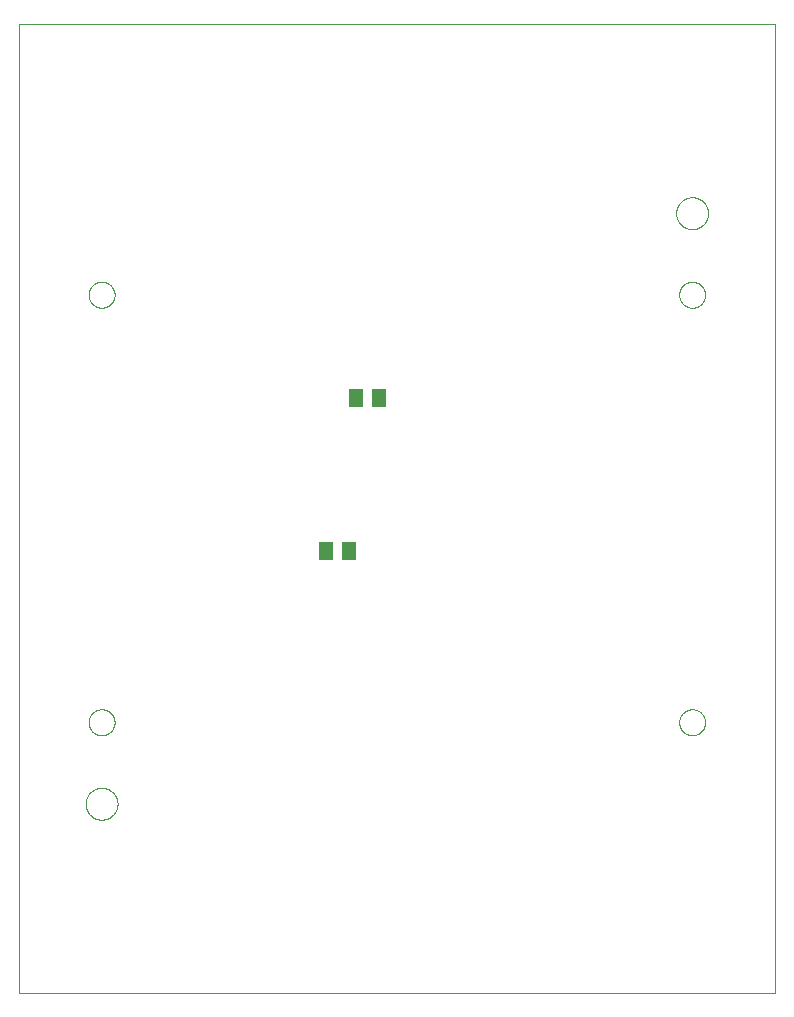
<source format=gbp>
G75*
%MOIN*%
%OFA0B0*%
%FSLAX25Y25*%
%IPPOS*%
%LPD*%
%AMOC8*
5,1,8,0,0,1.08239X$1,22.5*
%
%ADD10C,0.00000*%
%ADD11R,0.05118X0.05906*%
D10*
X0003433Y0011772D02*
X0003433Y0334606D01*
X0255401Y0334606D01*
X0255401Y0011772D01*
X0003433Y0011772D01*
X0025677Y0074764D02*
X0025679Y0074909D01*
X0025685Y0075054D01*
X0025695Y0075199D01*
X0025709Y0075344D01*
X0025727Y0075488D01*
X0025748Y0075631D01*
X0025774Y0075774D01*
X0025803Y0075916D01*
X0025837Y0076058D01*
X0025874Y0076198D01*
X0025915Y0076337D01*
X0025960Y0076475D01*
X0026009Y0076612D01*
X0026061Y0076748D01*
X0026117Y0076882D01*
X0026177Y0077014D01*
X0026240Y0077145D01*
X0026307Y0077273D01*
X0026377Y0077401D01*
X0026451Y0077526D01*
X0026528Y0077649D01*
X0026608Y0077769D01*
X0026692Y0077888D01*
X0026779Y0078004D01*
X0026869Y0078118D01*
X0026962Y0078230D01*
X0027058Y0078338D01*
X0027158Y0078444D01*
X0027259Y0078548D01*
X0027364Y0078648D01*
X0027472Y0078746D01*
X0027582Y0078841D01*
X0027694Y0078932D01*
X0027809Y0079021D01*
X0027927Y0079106D01*
X0028047Y0079188D01*
X0028169Y0079267D01*
X0028293Y0079343D01*
X0028419Y0079415D01*
X0028547Y0079483D01*
X0028677Y0079548D01*
X0028808Y0079610D01*
X0028941Y0079667D01*
X0029076Y0079722D01*
X0029212Y0079772D01*
X0029350Y0079819D01*
X0029488Y0079862D01*
X0029628Y0079901D01*
X0029769Y0079936D01*
X0029911Y0079968D01*
X0030053Y0079995D01*
X0030196Y0080019D01*
X0030340Y0080039D01*
X0030485Y0080055D01*
X0030629Y0080067D01*
X0030774Y0080075D01*
X0030919Y0080079D01*
X0031065Y0080079D01*
X0031210Y0080075D01*
X0031355Y0080067D01*
X0031499Y0080055D01*
X0031644Y0080039D01*
X0031788Y0080019D01*
X0031931Y0079995D01*
X0032073Y0079968D01*
X0032215Y0079936D01*
X0032356Y0079901D01*
X0032496Y0079862D01*
X0032634Y0079819D01*
X0032772Y0079772D01*
X0032908Y0079722D01*
X0033043Y0079667D01*
X0033176Y0079610D01*
X0033307Y0079548D01*
X0033437Y0079483D01*
X0033565Y0079415D01*
X0033691Y0079343D01*
X0033815Y0079267D01*
X0033937Y0079188D01*
X0034057Y0079106D01*
X0034175Y0079021D01*
X0034290Y0078932D01*
X0034402Y0078841D01*
X0034512Y0078746D01*
X0034620Y0078648D01*
X0034725Y0078548D01*
X0034826Y0078444D01*
X0034926Y0078338D01*
X0035022Y0078230D01*
X0035115Y0078118D01*
X0035205Y0078004D01*
X0035292Y0077888D01*
X0035376Y0077769D01*
X0035456Y0077649D01*
X0035533Y0077526D01*
X0035607Y0077401D01*
X0035677Y0077273D01*
X0035744Y0077145D01*
X0035807Y0077014D01*
X0035867Y0076882D01*
X0035923Y0076748D01*
X0035975Y0076612D01*
X0036024Y0076475D01*
X0036069Y0076337D01*
X0036110Y0076198D01*
X0036147Y0076058D01*
X0036181Y0075916D01*
X0036210Y0075774D01*
X0036236Y0075631D01*
X0036257Y0075488D01*
X0036275Y0075344D01*
X0036289Y0075199D01*
X0036299Y0075054D01*
X0036305Y0074909D01*
X0036307Y0074764D01*
X0036305Y0074619D01*
X0036299Y0074474D01*
X0036289Y0074329D01*
X0036275Y0074184D01*
X0036257Y0074040D01*
X0036236Y0073897D01*
X0036210Y0073754D01*
X0036181Y0073612D01*
X0036147Y0073470D01*
X0036110Y0073330D01*
X0036069Y0073191D01*
X0036024Y0073053D01*
X0035975Y0072916D01*
X0035923Y0072780D01*
X0035867Y0072646D01*
X0035807Y0072514D01*
X0035744Y0072383D01*
X0035677Y0072255D01*
X0035607Y0072127D01*
X0035533Y0072002D01*
X0035456Y0071879D01*
X0035376Y0071759D01*
X0035292Y0071640D01*
X0035205Y0071524D01*
X0035115Y0071410D01*
X0035022Y0071298D01*
X0034926Y0071190D01*
X0034826Y0071084D01*
X0034725Y0070980D01*
X0034620Y0070880D01*
X0034512Y0070782D01*
X0034402Y0070687D01*
X0034290Y0070596D01*
X0034175Y0070507D01*
X0034057Y0070422D01*
X0033937Y0070340D01*
X0033815Y0070261D01*
X0033691Y0070185D01*
X0033565Y0070113D01*
X0033437Y0070045D01*
X0033307Y0069980D01*
X0033176Y0069918D01*
X0033043Y0069861D01*
X0032908Y0069806D01*
X0032772Y0069756D01*
X0032634Y0069709D01*
X0032496Y0069666D01*
X0032356Y0069627D01*
X0032215Y0069592D01*
X0032073Y0069560D01*
X0031931Y0069533D01*
X0031788Y0069509D01*
X0031644Y0069489D01*
X0031499Y0069473D01*
X0031355Y0069461D01*
X0031210Y0069453D01*
X0031065Y0069449D01*
X0030919Y0069449D01*
X0030774Y0069453D01*
X0030629Y0069461D01*
X0030485Y0069473D01*
X0030340Y0069489D01*
X0030196Y0069509D01*
X0030053Y0069533D01*
X0029911Y0069560D01*
X0029769Y0069592D01*
X0029628Y0069627D01*
X0029488Y0069666D01*
X0029350Y0069709D01*
X0029212Y0069756D01*
X0029076Y0069806D01*
X0028941Y0069861D01*
X0028808Y0069918D01*
X0028677Y0069980D01*
X0028547Y0070045D01*
X0028419Y0070113D01*
X0028293Y0070185D01*
X0028169Y0070261D01*
X0028047Y0070340D01*
X0027927Y0070422D01*
X0027809Y0070507D01*
X0027694Y0070596D01*
X0027582Y0070687D01*
X0027472Y0070782D01*
X0027364Y0070880D01*
X0027259Y0070980D01*
X0027158Y0071084D01*
X0027058Y0071190D01*
X0026962Y0071298D01*
X0026869Y0071410D01*
X0026779Y0071524D01*
X0026692Y0071640D01*
X0026608Y0071759D01*
X0026528Y0071879D01*
X0026451Y0072002D01*
X0026377Y0072127D01*
X0026307Y0072255D01*
X0026240Y0072383D01*
X0026177Y0072514D01*
X0026117Y0072646D01*
X0026061Y0072780D01*
X0026009Y0072916D01*
X0025960Y0073053D01*
X0025915Y0073191D01*
X0025874Y0073330D01*
X0025837Y0073470D01*
X0025803Y0073612D01*
X0025774Y0073754D01*
X0025748Y0073897D01*
X0025727Y0074040D01*
X0025709Y0074184D01*
X0025695Y0074329D01*
X0025685Y0074474D01*
X0025679Y0074619D01*
X0025677Y0074764D01*
X0026661Y0101929D02*
X0026663Y0102060D01*
X0026669Y0102192D01*
X0026679Y0102323D01*
X0026693Y0102454D01*
X0026711Y0102584D01*
X0026733Y0102713D01*
X0026758Y0102842D01*
X0026788Y0102970D01*
X0026822Y0103097D01*
X0026859Y0103224D01*
X0026900Y0103348D01*
X0026945Y0103472D01*
X0026994Y0103594D01*
X0027046Y0103715D01*
X0027102Y0103833D01*
X0027162Y0103951D01*
X0027225Y0104066D01*
X0027292Y0104179D01*
X0027362Y0104291D01*
X0027435Y0104400D01*
X0027511Y0104506D01*
X0027591Y0104611D01*
X0027674Y0104713D01*
X0027760Y0104812D01*
X0027849Y0104909D01*
X0027941Y0105003D01*
X0028036Y0105094D01*
X0028133Y0105183D01*
X0028233Y0105268D01*
X0028336Y0105350D01*
X0028441Y0105429D01*
X0028548Y0105505D01*
X0028658Y0105577D01*
X0028770Y0105646D01*
X0028884Y0105712D01*
X0028999Y0105774D01*
X0029117Y0105833D01*
X0029236Y0105888D01*
X0029357Y0105940D01*
X0029480Y0105987D01*
X0029604Y0106031D01*
X0029729Y0106072D01*
X0029855Y0106108D01*
X0029983Y0106141D01*
X0030111Y0106169D01*
X0030240Y0106194D01*
X0030370Y0106215D01*
X0030500Y0106232D01*
X0030631Y0106245D01*
X0030762Y0106254D01*
X0030893Y0106259D01*
X0031025Y0106260D01*
X0031156Y0106257D01*
X0031288Y0106250D01*
X0031419Y0106239D01*
X0031549Y0106224D01*
X0031679Y0106205D01*
X0031809Y0106182D01*
X0031937Y0106156D01*
X0032065Y0106125D01*
X0032192Y0106090D01*
X0032318Y0106052D01*
X0032442Y0106010D01*
X0032566Y0105964D01*
X0032687Y0105914D01*
X0032807Y0105861D01*
X0032926Y0105804D01*
X0033043Y0105744D01*
X0033157Y0105680D01*
X0033270Y0105612D01*
X0033381Y0105541D01*
X0033490Y0105467D01*
X0033596Y0105390D01*
X0033700Y0105309D01*
X0033801Y0105226D01*
X0033900Y0105139D01*
X0033996Y0105049D01*
X0034089Y0104956D01*
X0034180Y0104861D01*
X0034267Y0104763D01*
X0034352Y0104662D01*
X0034433Y0104559D01*
X0034511Y0104453D01*
X0034586Y0104345D01*
X0034658Y0104235D01*
X0034726Y0104123D01*
X0034791Y0104009D01*
X0034852Y0103892D01*
X0034910Y0103774D01*
X0034964Y0103654D01*
X0035015Y0103533D01*
X0035062Y0103410D01*
X0035105Y0103286D01*
X0035144Y0103161D01*
X0035180Y0103034D01*
X0035211Y0102906D01*
X0035239Y0102778D01*
X0035263Y0102649D01*
X0035283Y0102519D01*
X0035299Y0102388D01*
X0035311Y0102257D01*
X0035319Y0102126D01*
X0035323Y0101995D01*
X0035323Y0101863D01*
X0035319Y0101732D01*
X0035311Y0101601D01*
X0035299Y0101470D01*
X0035283Y0101339D01*
X0035263Y0101209D01*
X0035239Y0101080D01*
X0035211Y0100952D01*
X0035180Y0100824D01*
X0035144Y0100697D01*
X0035105Y0100572D01*
X0035062Y0100448D01*
X0035015Y0100325D01*
X0034964Y0100204D01*
X0034910Y0100084D01*
X0034852Y0099966D01*
X0034791Y0099849D01*
X0034726Y0099735D01*
X0034658Y0099623D01*
X0034586Y0099513D01*
X0034511Y0099405D01*
X0034433Y0099299D01*
X0034352Y0099196D01*
X0034267Y0099095D01*
X0034180Y0098997D01*
X0034089Y0098902D01*
X0033996Y0098809D01*
X0033900Y0098719D01*
X0033801Y0098632D01*
X0033700Y0098549D01*
X0033596Y0098468D01*
X0033490Y0098391D01*
X0033381Y0098317D01*
X0033270Y0098246D01*
X0033158Y0098178D01*
X0033043Y0098114D01*
X0032926Y0098054D01*
X0032807Y0097997D01*
X0032687Y0097944D01*
X0032566Y0097894D01*
X0032442Y0097848D01*
X0032318Y0097806D01*
X0032192Y0097768D01*
X0032065Y0097733D01*
X0031937Y0097702D01*
X0031809Y0097676D01*
X0031679Y0097653D01*
X0031549Y0097634D01*
X0031419Y0097619D01*
X0031288Y0097608D01*
X0031156Y0097601D01*
X0031025Y0097598D01*
X0030893Y0097599D01*
X0030762Y0097604D01*
X0030631Y0097613D01*
X0030500Y0097626D01*
X0030370Y0097643D01*
X0030240Y0097664D01*
X0030111Y0097689D01*
X0029983Y0097717D01*
X0029855Y0097750D01*
X0029729Y0097786D01*
X0029604Y0097827D01*
X0029480Y0097871D01*
X0029357Y0097918D01*
X0029236Y0097970D01*
X0029117Y0098025D01*
X0028999Y0098084D01*
X0028884Y0098146D01*
X0028770Y0098212D01*
X0028658Y0098281D01*
X0028548Y0098353D01*
X0028441Y0098429D01*
X0028336Y0098508D01*
X0028233Y0098590D01*
X0028133Y0098675D01*
X0028036Y0098764D01*
X0027941Y0098855D01*
X0027849Y0098949D01*
X0027760Y0099046D01*
X0027674Y0099145D01*
X0027591Y0099247D01*
X0027511Y0099352D01*
X0027435Y0099458D01*
X0027362Y0099567D01*
X0027292Y0099679D01*
X0027225Y0099792D01*
X0027162Y0099907D01*
X0027102Y0100025D01*
X0027046Y0100143D01*
X0026994Y0100264D01*
X0026945Y0100386D01*
X0026900Y0100510D01*
X0026859Y0100634D01*
X0026822Y0100761D01*
X0026788Y0100888D01*
X0026758Y0101016D01*
X0026733Y0101145D01*
X0026711Y0101274D01*
X0026693Y0101404D01*
X0026679Y0101535D01*
X0026669Y0101666D01*
X0026663Y0101798D01*
X0026661Y0101929D01*
X0026661Y0244449D02*
X0026663Y0244580D01*
X0026669Y0244712D01*
X0026679Y0244843D01*
X0026693Y0244974D01*
X0026711Y0245104D01*
X0026733Y0245233D01*
X0026758Y0245362D01*
X0026788Y0245490D01*
X0026822Y0245617D01*
X0026859Y0245744D01*
X0026900Y0245868D01*
X0026945Y0245992D01*
X0026994Y0246114D01*
X0027046Y0246235D01*
X0027102Y0246353D01*
X0027162Y0246471D01*
X0027225Y0246586D01*
X0027292Y0246699D01*
X0027362Y0246811D01*
X0027435Y0246920D01*
X0027511Y0247026D01*
X0027591Y0247131D01*
X0027674Y0247233D01*
X0027760Y0247332D01*
X0027849Y0247429D01*
X0027941Y0247523D01*
X0028036Y0247614D01*
X0028133Y0247703D01*
X0028233Y0247788D01*
X0028336Y0247870D01*
X0028441Y0247949D01*
X0028548Y0248025D01*
X0028658Y0248097D01*
X0028770Y0248166D01*
X0028884Y0248232D01*
X0028999Y0248294D01*
X0029117Y0248353D01*
X0029236Y0248408D01*
X0029357Y0248460D01*
X0029480Y0248507D01*
X0029604Y0248551D01*
X0029729Y0248592D01*
X0029855Y0248628D01*
X0029983Y0248661D01*
X0030111Y0248689D01*
X0030240Y0248714D01*
X0030370Y0248735D01*
X0030500Y0248752D01*
X0030631Y0248765D01*
X0030762Y0248774D01*
X0030893Y0248779D01*
X0031025Y0248780D01*
X0031156Y0248777D01*
X0031288Y0248770D01*
X0031419Y0248759D01*
X0031549Y0248744D01*
X0031679Y0248725D01*
X0031809Y0248702D01*
X0031937Y0248676D01*
X0032065Y0248645D01*
X0032192Y0248610D01*
X0032318Y0248572D01*
X0032442Y0248530D01*
X0032566Y0248484D01*
X0032687Y0248434D01*
X0032807Y0248381D01*
X0032926Y0248324D01*
X0033043Y0248264D01*
X0033157Y0248200D01*
X0033270Y0248132D01*
X0033381Y0248061D01*
X0033490Y0247987D01*
X0033596Y0247910D01*
X0033700Y0247829D01*
X0033801Y0247746D01*
X0033900Y0247659D01*
X0033996Y0247569D01*
X0034089Y0247476D01*
X0034180Y0247381D01*
X0034267Y0247283D01*
X0034352Y0247182D01*
X0034433Y0247079D01*
X0034511Y0246973D01*
X0034586Y0246865D01*
X0034658Y0246755D01*
X0034726Y0246643D01*
X0034791Y0246529D01*
X0034852Y0246412D01*
X0034910Y0246294D01*
X0034964Y0246174D01*
X0035015Y0246053D01*
X0035062Y0245930D01*
X0035105Y0245806D01*
X0035144Y0245681D01*
X0035180Y0245554D01*
X0035211Y0245426D01*
X0035239Y0245298D01*
X0035263Y0245169D01*
X0035283Y0245039D01*
X0035299Y0244908D01*
X0035311Y0244777D01*
X0035319Y0244646D01*
X0035323Y0244515D01*
X0035323Y0244383D01*
X0035319Y0244252D01*
X0035311Y0244121D01*
X0035299Y0243990D01*
X0035283Y0243859D01*
X0035263Y0243729D01*
X0035239Y0243600D01*
X0035211Y0243472D01*
X0035180Y0243344D01*
X0035144Y0243217D01*
X0035105Y0243092D01*
X0035062Y0242968D01*
X0035015Y0242845D01*
X0034964Y0242724D01*
X0034910Y0242604D01*
X0034852Y0242486D01*
X0034791Y0242369D01*
X0034726Y0242255D01*
X0034658Y0242143D01*
X0034586Y0242033D01*
X0034511Y0241925D01*
X0034433Y0241819D01*
X0034352Y0241716D01*
X0034267Y0241615D01*
X0034180Y0241517D01*
X0034089Y0241422D01*
X0033996Y0241329D01*
X0033900Y0241239D01*
X0033801Y0241152D01*
X0033700Y0241069D01*
X0033596Y0240988D01*
X0033490Y0240911D01*
X0033381Y0240837D01*
X0033270Y0240766D01*
X0033158Y0240698D01*
X0033043Y0240634D01*
X0032926Y0240574D01*
X0032807Y0240517D01*
X0032687Y0240464D01*
X0032566Y0240414D01*
X0032442Y0240368D01*
X0032318Y0240326D01*
X0032192Y0240288D01*
X0032065Y0240253D01*
X0031937Y0240222D01*
X0031809Y0240196D01*
X0031679Y0240173D01*
X0031549Y0240154D01*
X0031419Y0240139D01*
X0031288Y0240128D01*
X0031156Y0240121D01*
X0031025Y0240118D01*
X0030893Y0240119D01*
X0030762Y0240124D01*
X0030631Y0240133D01*
X0030500Y0240146D01*
X0030370Y0240163D01*
X0030240Y0240184D01*
X0030111Y0240209D01*
X0029983Y0240237D01*
X0029855Y0240270D01*
X0029729Y0240306D01*
X0029604Y0240347D01*
X0029480Y0240391D01*
X0029357Y0240438D01*
X0029236Y0240490D01*
X0029117Y0240545D01*
X0028999Y0240604D01*
X0028884Y0240666D01*
X0028770Y0240732D01*
X0028658Y0240801D01*
X0028548Y0240873D01*
X0028441Y0240949D01*
X0028336Y0241028D01*
X0028233Y0241110D01*
X0028133Y0241195D01*
X0028036Y0241284D01*
X0027941Y0241375D01*
X0027849Y0241469D01*
X0027760Y0241566D01*
X0027674Y0241665D01*
X0027591Y0241767D01*
X0027511Y0241872D01*
X0027435Y0241978D01*
X0027362Y0242087D01*
X0027292Y0242199D01*
X0027225Y0242312D01*
X0027162Y0242427D01*
X0027102Y0242545D01*
X0027046Y0242663D01*
X0026994Y0242784D01*
X0026945Y0242906D01*
X0026900Y0243030D01*
X0026859Y0243154D01*
X0026822Y0243281D01*
X0026788Y0243408D01*
X0026758Y0243536D01*
X0026733Y0243665D01*
X0026711Y0243794D01*
X0026693Y0243924D01*
X0026679Y0244055D01*
X0026669Y0244186D01*
X0026663Y0244318D01*
X0026661Y0244449D01*
X0223511Y0244449D02*
X0223513Y0244580D01*
X0223519Y0244712D01*
X0223529Y0244843D01*
X0223543Y0244974D01*
X0223561Y0245104D01*
X0223583Y0245233D01*
X0223608Y0245362D01*
X0223638Y0245490D01*
X0223672Y0245617D01*
X0223709Y0245744D01*
X0223750Y0245868D01*
X0223795Y0245992D01*
X0223844Y0246114D01*
X0223896Y0246235D01*
X0223952Y0246353D01*
X0224012Y0246471D01*
X0224075Y0246586D01*
X0224142Y0246699D01*
X0224212Y0246811D01*
X0224285Y0246920D01*
X0224361Y0247026D01*
X0224441Y0247131D01*
X0224524Y0247233D01*
X0224610Y0247332D01*
X0224699Y0247429D01*
X0224791Y0247523D01*
X0224886Y0247614D01*
X0224983Y0247703D01*
X0225083Y0247788D01*
X0225186Y0247870D01*
X0225291Y0247949D01*
X0225398Y0248025D01*
X0225508Y0248097D01*
X0225620Y0248166D01*
X0225734Y0248232D01*
X0225849Y0248294D01*
X0225967Y0248353D01*
X0226086Y0248408D01*
X0226207Y0248460D01*
X0226330Y0248507D01*
X0226454Y0248551D01*
X0226579Y0248592D01*
X0226705Y0248628D01*
X0226833Y0248661D01*
X0226961Y0248689D01*
X0227090Y0248714D01*
X0227220Y0248735D01*
X0227350Y0248752D01*
X0227481Y0248765D01*
X0227612Y0248774D01*
X0227743Y0248779D01*
X0227875Y0248780D01*
X0228006Y0248777D01*
X0228138Y0248770D01*
X0228269Y0248759D01*
X0228399Y0248744D01*
X0228529Y0248725D01*
X0228659Y0248702D01*
X0228787Y0248676D01*
X0228915Y0248645D01*
X0229042Y0248610D01*
X0229168Y0248572D01*
X0229292Y0248530D01*
X0229416Y0248484D01*
X0229537Y0248434D01*
X0229657Y0248381D01*
X0229776Y0248324D01*
X0229893Y0248264D01*
X0230007Y0248200D01*
X0230120Y0248132D01*
X0230231Y0248061D01*
X0230340Y0247987D01*
X0230446Y0247910D01*
X0230550Y0247829D01*
X0230651Y0247746D01*
X0230750Y0247659D01*
X0230846Y0247569D01*
X0230939Y0247476D01*
X0231030Y0247381D01*
X0231117Y0247283D01*
X0231202Y0247182D01*
X0231283Y0247079D01*
X0231361Y0246973D01*
X0231436Y0246865D01*
X0231508Y0246755D01*
X0231576Y0246643D01*
X0231641Y0246529D01*
X0231702Y0246412D01*
X0231760Y0246294D01*
X0231814Y0246174D01*
X0231865Y0246053D01*
X0231912Y0245930D01*
X0231955Y0245806D01*
X0231994Y0245681D01*
X0232030Y0245554D01*
X0232061Y0245426D01*
X0232089Y0245298D01*
X0232113Y0245169D01*
X0232133Y0245039D01*
X0232149Y0244908D01*
X0232161Y0244777D01*
X0232169Y0244646D01*
X0232173Y0244515D01*
X0232173Y0244383D01*
X0232169Y0244252D01*
X0232161Y0244121D01*
X0232149Y0243990D01*
X0232133Y0243859D01*
X0232113Y0243729D01*
X0232089Y0243600D01*
X0232061Y0243472D01*
X0232030Y0243344D01*
X0231994Y0243217D01*
X0231955Y0243092D01*
X0231912Y0242968D01*
X0231865Y0242845D01*
X0231814Y0242724D01*
X0231760Y0242604D01*
X0231702Y0242486D01*
X0231641Y0242369D01*
X0231576Y0242255D01*
X0231508Y0242143D01*
X0231436Y0242033D01*
X0231361Y0241925D01*
X0231283Y0241819D01*
X0231202Y0241716D01*
X0231117Y0241615D01*
X0231030Y0241517D01*
X0230939Y0241422D01*
X0230846Y0241329D01*
X0230750Y0241239D01*
X0230651Y0241152D01*
X0230550Y0241069D01*
X0230446Y0240988D01*
X0230340Y0240911D01*
X0230231Y0240837D01*
X0230120Y0240766D01*
X0230008Y0240698D01*
X0229893Y0240634D01*
X0229776Y0240574D01*
X0229657Y0240517D01*
X0229537Y0240464D01*
X0229416Y0240414D01*
X0229292Y0240368D01*
X0229168Y0240326D01*
X0229042Y0240288D01*
X0228915Y0240253D01*
X0228787Y0240222D01*
X0228659Y0240196D01*
X0228529Y0240173D01*
X0228399Y0240154D01*
X0228269Y0240139D01*
X0228138Y0240128D01*
X0228006Y0240121D01*
X0227875Y0240118D01*
X0227743Y0240119D01*
X0227612Y0240124D01*
X0227481Y0240133D01*
X0227350Y0240146D01*
X0227220Y0240163D01*
X0227090Y0240184D01*
X0226961Y0240209D01*
X0226833Y0240237D01*
X0226705Y0240270D01*
X0226579Y0240306D01*
X0226454Y0240347D01*
X0226330Y0240391D01*
X0226207Y0240438D01*
X0226086Y0240490D01*
X0225967Y0240545D01*
X0225849Y0240604D01*
X0225734Y0240666D01*
X0225620Y0240732D01*
X0225508Y0240801D01*
X0225398Y0240873D01*
X0225291Y0240949D01*
X0225186Y0241028D01*
X0225083Y0241110D01*
X0224983Y0241195D01*
X0224886Y0241284D01*
X0224791Y0241375D01*
X0224699Y0241469D01*
X0224610Y0241566D01*
X0224524Y0241665D01*
X0224441Y0241767D01*
X0224361Y0241872D01*
X0224285Y0241978D01*
X0224212Y0242087D01*
X0224142Y0242199D01*
X0224075Y0242312D01*
X0224012Y0242427D01*
X0223952Y0242545D01*
X0223896Y0242663D01*
X0223844Y0242784D01*
X0223795Y0242906D01*
X0223750Y0243030D01*
X0223709Y0243154D01*
X0223672Y0243281D01*
X0223638Y0243408D01*
X0223608Y0243536D01*
X0223583Y0243665D01*
X0223561Y0243794D01*
X0223543Y0243924D01*
X0223529Y0244055D01*
X0223519Y0244186D01*
X0223513Y0244318D01*
X0223511Y0244449D01*
X0222527Y0271614D02*
X0222529Y0271759D01*
X0222535Y0271904D01*
X0222545Y0272049D01*
X0222559Y0272194D01*
X0222577Y0272338D01*
X0222598Y0272481D01*
X0222624Y0272624D01*
X0222653Y0272766D01*
X0222687Y0272908D01*
X0222724Y0273048D01*
X0222765Y0273187D01*
X0222810Y0273325D01*
X0222859Y0273462D01*
X0222911Y0273598D01*
X0222967Y0273732D01*
X0223027Y0273864D01*
X0223090Y0273995D01*
X0223157Y0274123D01*
X0223227Y0274251D01*
X0223301Y0274376D01*
X0223378Y0274499D01*
X0223458Y0274619D01*
X0223542Y0274738D01*
X0223629Y0274854D01*
X0223719Y0274968D01*
X0223812Y0275080D01*
X0223908Y0275188D01*
X0224008Y0275294D01*
X0224109Y0275398D01*
X0224214Y0275498D01*
X0224322Y0275596D01*
X0224432Y0275691D01*
X0224544Y0275782D01*
X0224659Y0275871D01*
X0224777Y0275956D01*
X0224897Y0276038D01*
X0225019Y0276117D01*
X0225143Y0276193D01*
X0225269Y0276265D01*
X0225397Y0276333D01*
X0225527Y0276398D01*
X0225658Y0276460D01*
X0225791Y0276517D01*
X0225926Y0276572D01*
X0226062Y0276622D01*
X0226200Y0276669D01*
X0226338Y0276712D01*
X0226478Y0276751D01*
X0226619Y0276786D01*
X0226761Y0276818D01*
X0226903Y0276845D01*
X0227046Y0276869D01*
X0227190Y0276889D01*
X0227335Y0276905D01*
X0227479Y0276917D01*
X0227624Y0276925D01*
X0227769Y0276929D01*
X0227915Y0276929D01*
X0228060Y0276925D01*
X0228205Y0276917D01*
X0228349Y0276905D01*
X0228494Y0276889D01*
X0228638Y0276869D01*
X0228781Y0276845D01*
X0228923Y0276818D01*
X0229065Y0276786D01*
X0229206Y0276751D01*
X0229346Y0276712D01*
X0229484Y0276669D01*
X0229622Y0276622D01*
X0229758Y0276572D01*
X0229893Y0276517D01*
X0230026Y0276460D01*
X0230157Y0276398D01*
X0230287Y0276333D01*
X0230415Y0276265D01*
X0230541Y0276193D01*
X0230665Y0276117D01*
X0230787Y0276038D01*
X0230907Y0275956D01*
X0231025Y0275871D01*
X0231140Y0275782D01*
X0231252Y0275691D01*
X0231362Y0275596D01*
X0231470Y0275498D01*
X0231575Y0275398D01*
X0231676Y0275294D01*
X0231776Y0275188D01*
X0231872Y0275080D01*
X0231965Y0274968D01*
X0232055Y0274854D01*
X0232142Y0274738D01*
X0232226Y0274619D01*
X0232306Y0274499D01*
X0232383Y0274376D01*
X0232457Y0274251D01*
X0232527Y0274123D01*
X0232594Y0273995D01*
X0232657Y0273864D01*
X0232717Y0273732D01*
X0232773Y0273598D01*
X0232825Y0273462D01*
X0232874Y0273325D01*
X0232919Y0273187D01*
X0232960Y0273048D01*
X0232997Y0272908D01*
X0233031Y0272766D01*
X0233060Y0272624D01*
X0233086Y0272481D01*
X0233107Y0272338D01*
X0233125Y0272194D01*
X0233139Y0272049D01*
X0233149Y0271904D01*
X0233155Y0271759D01*
X0233157Y0271614D01*
X0233155Y0271469D01*
X0233149Y0271324D01*
X0233139Y0271179D01*
X0233125Y0271034D01*
X0233107Y0270890D01*
X0233086Y0270747D01*
X0233060Y0270604D01*
X0233031Y0270462D01*
X0232997Y0270320D01*
X0232960Y0270180D01*
X0232919Y0270041D01*
X0232874Y0269903D01*
X0232825Y0269766D01*
X0232773Y0269630D01*
X0232717Y0269496D01*
X0232657Y0269364D01*
X0232594Y0269233D01*
X0232527Y0269105D01*
X0232457Y0268977D01*
X0232383Y0268852D01*
X0232306Y0268729D01*
X0232226Y0268609D01*
X0232142Y0268490D01*
X0232055Y0268374D01*
X0231965Y0268260D01*
X0231872Y0268148D01*
X0231776Y0268040D01*
X0231676Y0267934D01*
X0231575Y0267830D01*
X0231470Y0267730D01*
X0231362Y0267632D01*
X0231252Y0267537D01*
X0231140Y0267446D01*
X0231025Y0267357D01*
X0230907Y0267272D01*
X0230787Y0267190D01*
X0230665Y0267111D01*
X0230541Y0267035D01*
X0230415Y0266963D01*
X0230287Y0266895D01*
X0230157Y0266830D01*
X0230026Y0266768D01*
X0229893Y0266711D01*
X0229758Y0266656D01*
X0229622Y0266606D01*
X0229484Y0266559D01*
X0229346Y0266516D01*
X0229206Y0266477D01*
X0229065Y0266442D01*
X0228923Y0266410D01*
X0228781Y0266383D01*
X0228638Y0266359D01*
X0228494Y0266339D01*
X0228349Y0266323D01*
X0228205Y0266311D01*
X0228060Y0266303D01*
X0227915Y0266299D01*
X0227769Y0266299D01*
X0227624Y0266303D01*
X0227479Y0266311D01*
X0227335Y0266323D01*
X0227190Y0266339D01*
X0227046Y0266359D01*
X0226903Y0266383D01*
X0226761Y0266410D01*
X0226619Y0266442D01*
X0226478Y0266477D01*
X0226338Y0266516D01*
X0226200Y0266559D01*
X0226062Y0266606D01*
X0225926Y0266656D01*
X0225791Y0266711D01*
X0225658Y0266768D01*
X0225527Y0266830D01*
X0225397Y0266895D01*
X0225269Y0266963D01*
X0225143Y0267035D01*
X0225019Y0267111D01*
X0224897Y0267190D01*
X0224777Y0267272D01*
X0224659Y0267357D01*
X0224544Y0267446D01*
X0224432Y0267537D01*
X0224322Y0267632D01*
X0224214Y0267730D01*
X0224109Y0267830D01*
X0224008Y0267934D01*
X0223908Y0268040D01*
X0223812Y0268148D01*
X0223719Y0268260D01*
X0223629Y0268374D01*
X0223542Y0268490D01*
X0223458Y0268609D01*
X0223378Y0268729D01*
X0223301Y0268852D01*
X0223227Y0268977D01*
X0223157Y0269105D01*
X0223090Y0269233D01*
X0223027Y0269364D01*
X0222967Y0269496D01*
X0222911Y0269630D01*
X0222859Y0269766D01*
X0222810Y0269903D01*
X0222765Y0270041D01*
X0222724Y0270180D01*
X0222687Y0270320D01*
X0222653Y0270462D01*
X0222624Y0270604D01*
X0222598Y0270747D01*
X0222577Y0270890D01*
X0222559Y0271034D01*
X0222545Y0271179D01*
X0222535Y0271324D01*
X0222529Y0271469D01*
X0222527Y0271614D01*
X0223511Y0101929D02*
X0223513Y0102060D01*
X0223519Y0102192D01*
X0223529Y0102323D01*
X0223543Y0102454D01*
X0223561Y0102584D01*
X0223583Y0102713D01*
X0223608Y0102842D01*
X0223638Y0102970D01*
X0223672Y0103097D01*
X0223709Y0103224D01*
X0223750Y0103348D01*
X0223795Y0103472D01*
X0223844Y0103594D01*
X0223896Y0103715D01*
X0223952Y0103833D01*
X0224012Y0103951D01*
X0224075Y0104066D01*
X0224142Y0104179D01*
X0224212Y0104291D01*
X0224285Y0104400D01*
X0224361Y0104506D01*
X0224441Y0104611D01*
X0224524Y0104713D01*
X0224610Y0104812D01*
X0224699Y0104909D01*
X0224791Y0105003D01*
X0224886Y0105094D01*
X0224983Y0105183D01*
X0225083Y0105268D01*
X0225186Y0105350D01*
X0225291Y0105429D01*
X0225398Y0105505D01*
X0225508Y0105577D01*
X0225620Y0105646D01*
X0225734Y0105712D01*
X0225849Y0105774D01*
X0225967Y0105833D01*
X0226086Y0105888D01*
X0226207Y0105940D01*
X0226330Y0105987D01*
X0226454Y0106031D01*
X0226579Y0106072D01*
X0226705Y0106108D01*
X0226833Y0106141D01*
X0226961Y0106169D01*
X0227090Y0106194D01*
X0227220Y0106215D01*
X0227350Y0106232D01*
X0227481Y0106245D01*
X0227612Y0106254D01*
X0227743Y0106259D01*
X0227875Y0106260D01*
X0228006Y0106257D01*
X0228138Y0106250D01*
X0228269Y0106239D01*
X0228399Y0106224D01*
X0228529Y0106205D01*
X0228659Y0106182D01*
X0228787Y0106156D01*
X0228915Y0106125D01*
X0229042Y0106090D01*
X0229168Y0106052D01*
X0229292Y0106010D01*
X0229416Y0105964D01*
X0229537Y0105914D01*
X0229657Y0105861D01*
X0229776Y0105804D01*
X0229893Y0105744D01*
X0230007Y0105680D01*
X0230120Y0105612D01*
X0230231Y0105541D01*
X0230340Y0105467D01*
X0230446Y0105390D01*
X0230550Y0105309D01*
X0230651Y0105226D01*
X0230750Y0105139D01*
X0230846Y0105049D01*
X0230939Y0104956D01*
X0231030Y0104861D01*
X0231117Y0104763D01*
X0231202Y0104662D01*
X0231283Y0104559D01*
X0231361Y0104453D01*
X0231436Y0104345D01*
X0231508Y0104235D01*
X0231576Y0104123D01*
X0231641Y0104009D01*
X0231702Y0103892D01*
X0231760Y0103774D01*
X0231814Y0103654D01*
X0231865Y0103533D01*
X0231912Y0103410D01*
X0231955Y0103286D01*
X0231994Y0103161D01*
X0232030Y0103034D01*
X0232061Y0102906D01*
X0232089Y0102778D01*
X0232113Y0102649D01*
X0232133Y0102519D01*
X0232149Y0102388D01*
X0232161Y0102257D01*
X0232169Y0102126D01*
X0232173Y0101995D01*
X0232173Y0101863D01*
X0232169Y0101732D01*
X0232161Y0101601D01*
X0232149Y0101470D01*
X0232133Y0101339D01*
X0232113Y0101209D01*
X0232089Y0101080D01*
X0232061Y0100952D01*
X0232030Y0100824D01*
X0231994Y0100697D01*
X0231955Y0100572D01*
X0231912Y0100448D01*
X0231865Y0100325D01*
X0231814Y0100204D01*
X0231760Y0100084D01*
X0231702Y0099966D01*
X0231641Y0099849D01*
X0231576Y0099735D01*
X0231508Y0099623D01*
X0231436Y0099513D01*
X0231361Y0099405D01*
X0231283Y0099299D01*
X0231202Y0099196D01*
X0231117Y0099095D01*
X0231030Y0098997D01*
X0230939Y0098902D01*
X0230846Y0098809D01*
X0230750Y0098719D01*
X0230651Y0098632D01*
X0230550Y0098549D01*
X0230446Y0098468D01*
X0230340Y0098391D01*
X0230231Y0098317D01*
X0230120Y0098246D01*
X0230008Y0098178D01*
X0229893Y0098114D01*
X0229776Y0098054D01*
X0229657Y0097997D01*
X0229537Y0097944D01*
X0229416Y0097894D01*
X0229292Y0097848D01*
X0229168Y0097806D01*
X0229042Y0097768D01*
X0228915Y0097733D01*
X0228787Y0097702D01*
X0228659Y0097676D01*
X0228529Y0097653D01*
X0228399Y0097634D01*
X0228269Y0097619D01*
X0228138Y0097608D01*
X0228006Y0097601D01*
X0227875Y0097598D01*
X0227743Y0097599D01*
X0227612Y0097604D01*
X0227481Y0097613D01*
X0227350Y0097626D01*
X0227220Y0097643D01*
X0227090Y0097664D01*
X0226961Y0097689D01*
X0226833Y0097717D01*
X0226705Y0097750D01*
X0226579Y0097786D01*
X0226454Y0097827D01*
X0226330Y0097871D01*
X0226207Y0097918D01*
X0226086Y0097970D01*
X0225967Y0098025D01*
X0225849Y0098084D01*
X0225734Y0098146D01*
X0225620Y0098212D01*
X0225508Y0098281D01*
X0225398Y0098353D01*
X0225291Y0098429D01*
X0225186Y0098508D01*
X0225083Y0098590D01*
X0224983Y0098675D01*
X0224886Y0098764D01*
X0224791Y0098855D01*
X0224699Y0098949D01*
X0224610Y0099046D01*
X0224524Y0099145D01*
X0224441Y0099247D01*
X0224361Y0099352D01*
X0224285Y0099458D01*
X0224212Y0099567D01*
X0224142Y0099679D01*
X0224075Y0099792D01*
X0224012Y0099907D01*
X0223952Y0100025D01*
X0223896Y0100143D01*
X0223844Y0100264D01*
X0223795Y0100386D01*
X0223750Y0100510D01*
X0223709Y0100634D01*
X0223672Y0100761D01*
X0223638Y0100888D01*
X0223608Y0101016D01*
X0223583Y0101145D01*
X0223561Y0101274D01*
X0223543Y0101404D01*
X0223529Y0101535D01*
X0223519Y0101666D01*
X0223513Y0101798D01*
X0223511Y0101929D01*
D11*
X0123354Y0210197D03*
X0115874Y0210197D03*
X0113354Y0159016D03*
X0105874Y0159016D03*
M02*

</source>
